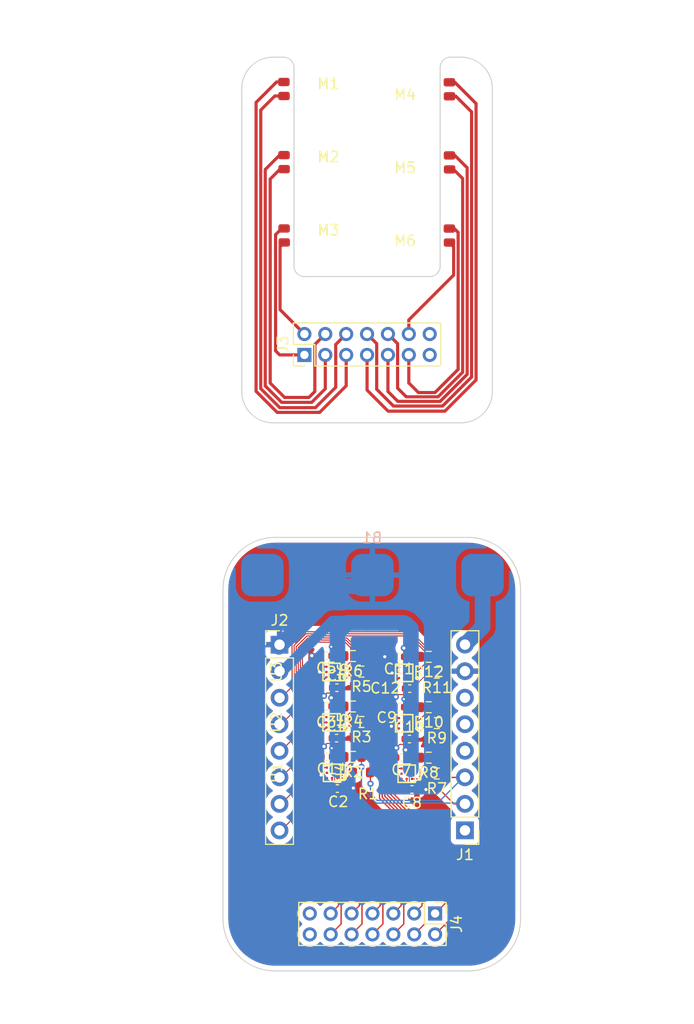
<source format=kicad_pcb>
(kicad_pcb (version 20221018) (generator pcbnew)
  (layers (0 "F.Cu" signal) (31 "B.Cu" signal) (34 "B.Paste" user) (35 "F.Paste" user) (36 "B.SilkS" user "B.Silkscreen") (37 "F.SilkS" user "F.Silkscreen") (38 "B.Mask" user) (39 "F.Mask" user) (44 "Edge.Cuts" user))
  (net 0 "")
  (net 1 "GND")
  (net 2 "BAT")
  (net 3 "Net-(C2-Pad1)")
  (net 4 "Net-(C4-Pad1)")
  (net 5 "Net-(C6-Pad1)")
  (net 7 "SCL")
  (net 8 "SDA")
  (net 12 "EN6")
  (net 13 "EN5")
  (net 14 "EN4")
  (net 15 "EN3")
  (net 16 "EN2")
  (net 17 "EN1")
  (net 18 "IN1")
  (net 19 "IN2")
  (net 20 "IN3")
  (net 21 "IN4")
  (net 22 "IN5")
  (net 23 "IN6")
  (net 24 "IN7")
  (net 25 "IN8")
  (net 26 "IN9")
  (net 27 "IN10")
  (net 28 "IN11")
  (net 29 "IN12")
  (net 32 "OUT1")
  (net 33 "OUT2")
  (net 34 "OUT3")
  (net 35 "OUT4")
  (net 36 "OUT5")
  (net 37 "OUT6")
  (net 38 "OUT7")
  (net 39 "OUT8")
  (net 40 "OUT9")
  (net 41 "OUT10")
  (net 42 "OUT11")
  (net 43 "OUT12")
  (net 46 "Net-(R1-Pad2)")
  (net 47 "Net-(R2-Pad2)")
  (net 48 "Net-(R3-Pad2)")
  (net 49 "Net-(R4-Pad2)")
  (net 50 "Net-(R5-Pad2)")
  (net 51 "Net-(R6-Pad2)")
  (net 52 "Net-(R7-Pad2)")
  (net 53 "Net-(R8-Pad2)")
  (net 54 "Net-(R9-Pad2)")
  (net 55 "Net-(R10-Pad2)")
  (net 56 "Net-(R11-Pad2)")
  (net 57 "Net-(R12-Pad2)")
  (net 64 "Net-(C8-Pad1)")
  (net 65 "Net-(C10-Pad1)")
  (net 66 "Net-(C12-Pad1)")
  (footprint "Capacitor_SMD:C_0402_1005Metric" (layer "F.Cu") (at 25.64744 118.778 180)
    (fp_text reference "C1")
    (fp_text value "1uF")
  )
  (footprint "Vybronics:VG0640001D" (layer "F.Cu") (at 25.790134 54.862)
    (fp_text reference "M1")
    (fp_text value "VG0640001D")
  )
  (footprint "Capacitor_SMD:C_0402_1005Metric" (layer "F.Cu") (at 26.61544 112.174)
    (fp_text reference "C6")
    (fp_text value "1uF")
  )
  (footprint "Connector_PinHeader_2.54mm:PinHeader_1x08_P2.54mm_Vertical" (layer "F.Cu") (at 38.881 125.829 180)
    (fp_text reference "J1")
    (fp_text value "Conn_01x08_MountingPin")
  )
  (footprint "Resistor_SMD:R_0603_1608Metric" (layer "F.Cu") (at 28.96944 110.63 180)
    (fp_text reference "R5")
    (fp_text value "10K")
  )
  (footprint "Capacitor_SMD:C_0402_1005Metric" (layer "F.Cu") (at 25.59944 113.952 180)
    (fp_text reference "C3")
    (fp_text value "1uF")
  )
  (footprint "Resistor_SMD:R_0603_1608Metric" (layer "F.Cu") (at 35.40944 109.217 180)
    (fp_text reference "R12")
    (fp_text value "10K")
  )
  (footprint "Vybronics:VG0640001D" (layer "F.Cu") (at 33.149867 54.892 180)
    (fp_text reference "M4")
    (fp_text value "VG0640001D")
  )
  (footprint "Capacitor_SMD:C_0402_1005Metric" (layer "F.Cu") (at 32.551 109.21083 180)
    (fp_text reference "C11")
    (fp_text value "1uF")
  )
  (footprint "Resistor_SMD:R_0603_1608Metric" (layer "F.Cu") (at 28.96944 115.456 180)
    (fp_text reference "R3")
    (fp_text value "10K")
  )
  (footprint "DRV2605:DRV2605YFZR" (layer "F.Cu") (at 26.10744 115.476 90)
    (fp_text reference "U2")
    (fp_text value "DRV2605LDGS")
  )
  (footprint "Connector_PinHeader_2.00mm:PinHeader_2x07_P2.00mm_Vertical" (layer "F.Cu") (at 36.021 133.786 -90)
    (fp_text reference "J4")
    (fp_text value "Conn_01x14_MountingPin")
  )
  (footprint "Resistor_SMD:R_0603_1608Metric" (layer "F.Cu") (at 35.40944 118.869 180)
    (fp_text reference "R8")
    (fp_text value "10K")
  )
  (footprint "Vybronics:VG0640001D" (layer "F.Cu") (at 33.159867 61.892 180)
    (fp_text reference "M5")
    (fp_text value "VG0640001D")
  )
  (footprint "DRV2605:DRV2605YFZR" (layer "F.Cu") (at 33.301 120.38683 90)
    (fp_text reference "U4")
    (fp_text value "DRV2605LDGS")
  )
  (footprint "Resistor_SMD:R_0603_1608Metric" (layer "F.Cu") (at 28.96944 120.282 180)
    (fp_text reference "R1")
    (fp_text value "10K")
  )
  (footprint "Resistor_SMD:R_0603_1608Metric" (layer "F.Cu") (at 28.14944 118.796 180)
    (fp_text reference "R2")
    (fp_text value "10K")
  )
  (footprint "Vybronics:VG0640001D" (layer "F.Cu") (at 33.149867 68.892 180)
    (fp_text reference "M6")
    (fp_text value "VG0640001D")
  )
  (footprint "Capacitor_SMD:C_0402_1005Metric" (layer "F.Cu") (at 26.58744 117)
    (fp_text reference "C4")
    (fp_text value "1uF")
  )
  (footprint "Capacitor_SMD:C_0402_1005Metric" (layer "F.Cu") (at 32.801 118.86283 180)
    (fp_text reference "C7")
    (fp_text value "1uF")
  )
  (footprint "Capacitor_SMD:C_0402_1005Metric" (layer "F.Cu") (at 32.551 114.03683 180)
    (fp_text reference "C9")
    (fp_text value "1uF")
  )
  (footprint "Resistor_SMD:R_0603_1608Metric" (layer "F.Cu") (at 36.18644 120.388 180)
    (fp_text reference "R7")
    (fp_text value "10K")
  )
  (footprint "Capacitor_SMD:C_0402_1005Metric" (layer "F.Cu") (at 33.567 117.08483)
    (fp_text reference "C10")
    (fp_text value "1uF")
  )
  (footprint "Resistor_SMD:R_0603_1608Metric" (layer "F.Cu") (at 36.18644 115.562 180)
    (fp_text reference "R9")
    (fp_text value "10K")
  )
  (footprint "Capacitor_SMD:C_0402_1005Metric" (layer "F.Cu") (at 33.595 112.25883)
    (fp_text reference "C12")
    (fp_text value "1uF")
  )
  (footprint "Vybronics:VG0640001D" (layer "F.Cu") (at 25.810134 68.882)
    (fp_text reference "M3")
    (fp_text value "VG0640001D")
  )
  (footprint "DRV2605:DRV2605YFZR" (layer "F.Cu") (at 33.059 110.73483 90)
    (fp_text reference "U6")
    (fp_text value "DRV2605LDGS")
  )
  (footprint "DRV2605:DRV2605YFZR" (layer "F.Cu") (at 33.059 115.56083 90)
    (fp_text reference "U5")
    (fp_text value "DRV2605LDGS")
  )
  (footprint "Resistor_SMD:R_0603_1608Metric" (layer "F.Cu") (at 28.14944 113.97 180)
    (fp_text reference "R4")
    (fp_text value "10K")
  )
  (footprint "Resistor_SMD:R_0603_1608Metric" (layer "F.Cu") (at 35.40944 114.043 180)
    (fp_text reference "R10")
    (fp_text value "10K")
  )
  (footprint "Resistor_SMD:R_0603_1608Metric" (layer "F.Cu") (at 36.18644 110.736 180)
    (fp_text reference "R11")
    (fp_text value "10K")
  )
  (footprint "Connector_PinHeader_2.54mm:PinHeader_1x08_P2.54mm_Vertical" (layer "F.Cu") (at 21.121 108.054)
    (fp_text reference "J2")
    (fp_text value "Conn_01x08_MountingPin")
  )
  (footprint "Capacitor_SMD:C_0402_1005Metric" (layer "F.Cu") (at 26.66344 121.826)
    (fp_text reference "C2")
    (fp_text value "1uF")
  )
  (footprint "DRV2605:DRV2605YFZR" (layer "F.Cu") (at 26.15544 120.302 90)
    (fp_text reference "U1")
    (fp_text value "DRV2605LDGS")
  )
  (footprint "DRV2605:DRV2605YFZR" (layer "F.Cu") (at 26.10744 110.65 90)
    (fp_text reference "U3")
    (fp_text value "DRV2605LDGS")
  )
  (footprint "Vybronics:VG0640001D" (layer "F.Cu") (at 25.800134 61.862)
    (fp_text reference "M2")
    (fp_text value "VG0640001D")
  )
  (footprint "Resistor_SMD:R_0603_1608Metric" (layer "F.Cu") (at 28.14944 109.144 180)
    (fp_text reference "R6")
    (fp_text value "10K")
  )
  (footprint "Capacitor_SMD:C_0402_1005Metric" (layer "F.Cu") (at 25.59944 109.126 180)
    (fp_text reference "C5")
    (fp_text value "1uF")
  )
  (footprint "Connector_PinHeader_2.00mm:PinHeader_2x07_P2.00mm_Vertical" (layer "F.Cu") (at 23.505 80.317 90)
    (fp_text reference "J3")
    (fp_text value "Conn_01x14_MountingPin")
  )
  (footprint "Capacitor_SMD:C_0402_1005Metric" (layer "F.Cu") (at 33.801 121.91083)
    (fp_text reference "C8")
    (fp_text value "1uF")
  )
  (footprint "Keystone:BK5009" (layer "B.Cu") (at 30.021 101.391791 180)
    (fp_text reference "B1")
    (fp_text value "SMD_Battery_Clip")
  )
  (gr_line (start 15.706 102.786) (end 15.706 134.286) (stroke (width 0.1)) (layer "Edge.Cuts"))
  (gr_line (start 44.206 134.286) (end 44.206 102.786) (stroke (width 0.1)) (layer "Edge.Cuts"))
  (gr_line (start 20.505 51.817) (end 21.505 51.817) (stroke (width 0.1)) (layer "Edge.Cuts"))
  (gr_arc (start 36.505 71.817) (mid 36.212107 72.524107) (end 35.505 72.817) (stroke (width 0.1)) (layer "Edge.Cuts"))
  (gr_line (start 23.505 72.817) (end 35.505 72.817) (stroke (width 0.1)) (layer "Edge.Cuts"))
  (gr_line (start 39.206 97.786) (end 20.706 97.786) (stroke (width 0.1)) (layer "Edge.Cuts"))
  (gr_arc (start 38.505 51.817) (mid 40.62632 52.69568) (end 41.505 54.817) (stroke (width 0.1)) (layer "Edge.Cuts"))
  (gr_arc (start 36.505001 52.817001) (mid 36.797894 52.109894) (end 37.505001 51.817001) (stroke (width 0.1)) (layer "Edge.Cuts"))
  (gr_arc (start 15.706 102.786) (mid 17.170466 99.250466) (end 20.706 97.786) (stroke (width 0.1)) (layer "Edge.Cuts"))
  (gr_arc (start 44.206 134.286) (mid 42.741534 137.821534) (end 39.206 139.286) (stroke (width 0.1)) (layer "Edge.Cuts"))
  (gr_arc (start 39.206 97.786) (mid 42.741534 99.250466) (end 44.206 102.786) (stroke (width 0.1)) (layer "Edge.Cuts"))
  (gr_line (start 17.505 83.817) (end 17.505 54.817) (stroke (width 0.1)) (layer "Edge.Cuts"))
  (gr_line (start 22.505 52.817) (end 22.505 71.817) (stroke (width 0.1)) (layer "Edge.Cuts"))
  (gr_line (start 39.206 139.286) (end 20.706 139.286) (stroke (width 0.1)) (layer "Edge.Cuts"))
  (gr_arc (start 17.505 54.817) (mid 18.38368 52.69568) (end 20.505 51.817) (stroke (width 0.1)) (layer "Edge.Cuts"))
  (gr_arc (start 23.505 72.817) (mid 22.797893 72.524107) (end 22.505 71.817) (stroke (width 0.1)) (layer "Edge.Cuts"))
  (gr_line (start 36.505 71.817) (end 36.505001 52.817001) (stroke (width 0.1)) (layer "Edge.Cuts"))
  (gr_line (start 37.505001 51.817001) (end 38.505 51.817) (stroke (width 0.1)) (layer "Edge.Cuts"))
  (gr_arc (start 21.505 51.817) (mid 22.212107 52.109893) (end 22.505 52.817) (stroke (width 0.1)) (layer "Edge.Cuts"))
  (gr_line (start 38.505 86.817) (end 20.505 86.817) (stroke (width 0.1)) (layer "Edge.Cuts"))
  (gr_arc (start 41.505 83.817) (mid 40.62632 85.93832) (end 38.505 86.817) (stroke (width 0.1)) (layer "Edge.Cuts"))
  (gr_arc (start 20.505 86.817) (mid 18.38368 85.93832) (end 17.505 83.817) (stroke (width 0.1)) (layer "Edge.Cuts"))
  (gr_line (start 41.505 54.817) (end 41.505 83.817) (stroke (width 0.1)) (layer "Edge.Cuts"))
  (gr_arc (start 20.706 139.286) (mid 17.170466 137.821534) (end 15.706 134.286) (stroke (width 0.1)) (layer "Edge.Cuts"))
  (segment (start 32.255 113.05083) (end 32.475011 112.830819) (width 0.1) (layer "F.Cu") (net 1))
  (segment (start 32.11726 115.57803) (end 32.559 115.57803) (width 0.15) (layer "F.Cu") (net 1))
  (segment (start 25.60744 115.4932) (end 25.21763 115.4932) (width 0.127) (layer "F.Cu") (net 1))
  (segment (start 32.301 117.92783) (end 32.255 117.97383) (width 0.15) (layer "F.Cu") (net 1))
  (segment (start 31.201 109.20883) (end 32.069 109.20883) (width 0.15) (layer "F.Cu") (net 1))
  (segment (start 33.503011 112.830819) (end 34.075 112.25883) (width 0.1) (layer "F.Cu") (net 1))
  (segment (start 24.96044 110.672) (end 25.60264 110.672) (width 0.127) (layer "F.Cu") (net 1))
  (segment (start 32.069 109.20883) (end 32.071 109.21083) (width 0.15) (layer "F.Cu") (net 1))
  (segment (start 35.148 121.91783) (end 34.288 121.91783) (width 0.15) (layer "F.Cu") (net 1))
  (segment (start 25.30963 120.3192) (end 25.101 120.52783) (width 0.127) (layer "F.Cu") (net 1))
  (segment (start 27.09544 112.174) (end 26.58392 112.68552) (width 0.1) (layer "F.Cu") (net 1))
  (segment (start 25.11944 113.211084) (end 25.11944 113.952) (width 0.1) (layer "F.Cu") (net 1))
  (segment (start 32.801 120.40403) (end 32.2072 120.40403) (width 0.127) (layer "F.Cu") (net 1))
  (segment (start 32.2072 120.40403) (end 32.201 120.39783) (width 0.127) (layer "F.Cu") (net 1))
  (segment (start 25.60264 110.672) (end 25.60744 110.6672) (width 0.127) (layer "F.Cu") (net 1))
  (segment (start 32.071 113.23483) (end 32.071 114.03683) (width 0.1) (layer "F.Cu") (net 1))
  (segment (start 31.83746 115.85783) (end 32.11726 115.57803) (width 0.15) (layer "F.Cu") (net 1))
  (segment (start 25.16744 118.00139) (end 25.16744 118.778) (width 0.1) (layer "F.Cu") (net 1))
  (segment (start 27.14344 121.826) (end 28.14183 121.826) (width 0.127) (layer "F.Cu") (net 1))
  (segment (start 32.255 113.05083) (end 32.071 113.23483) (width 0.127) (layer "F.Cu") (net 1))
  (segment (start 33.53548 117.59635) (end 34.047 117.08483) (width 0.1) (layer "F.Cu") (net 1))
  (segment (start 25.21763 115.4932) (end 24.975 115.73583) (width 0.127) (layer "F.Cu") (net 1))
  (segment (start 32.255 117.97383) (end 32.255 118.79683) (width 0.1) (layer "F.Cu") (net 1))
  (segment (start 32.63248 117.59635) (end 33.53548 117.59635) (width 0.1) (layer "F.Cu") (net 1))
  (segment (start 26.58392 112.68552) (end 25.645004 112.68552) (width 0.1) (layer "F.Cu") (net 1))
  (segment (start 25.645004 112.68552) (end 25.372963 112.957561) (width 0.1) (layer "F.Cu") (net 1))
  (segment (start 25.09927 109.10583) (end 25.11944 109.126) (width 0.127) (layer "F.Cu") (net 1))
  (segment (start 25.65731 117.51152) (end 26.55592 117.51152) (width 0.1) (layer "F.Cu") (net 1))
  (segment (start 24.213 109.10583) (end 25.09927 109.10583) (width 0.127) (layer "F.Cu") (net 1))
  (segment (start 25.374 117.79483) (end 25.16744 118.00139) (width 0.1) (layer "F.Cu") (net 1))
  (segment (start 32.5462 110.76483) (end 32.559 110.75203) (width 0.15) (layer "F.Cu") (net 1))
  (segment (start 25.372963 112.957561) (end 25.11944 113.211084) (width 0.1) (layer "F.Cu") (net 1))
  (segment (start 26.55592 117.51152) (end 27.06744 117) (width 0.1) (layer "F.Cu") (net 1))
  (segment (start 32.475011 112.830819) (end 33.503011 112.830819) (width 0.1) (layer "F.Cu") (net 1))
  (segment (start 25.65544 120.3192) (end 25.30963 120.3192) (width 0.127) (layer "F.Cu") (net 1))
  (segment (start 32.301 117.92783) (end 32.63248 117.59635) (width 0.1) (layer "F.Cu") (net 1))
  (segment (start 34.288 121.91783) (end 34.281 121.91083) (width 0.15) (layer "F.Cu") (net 1))
  (segment (start 31.91 110.76483) (end 32.5462 110.76483) (width 0.15) (layer "F.Cu") (net 1))
  (segment (start 25.374 117.79483) (end 25.65731 117.51152) (width 0.1) (layer "F.Cu") (net 1))
  (segment (start 28.14183 121.826) (end 28.189 121.77883) (width 0.127) (layer "F.Cu") (net 1))
  (via (at 25.101 120.52783) (size 0.6) (drill 0.3) (layers "F.Cu" "B.Cu") (net 1))
  (via (at 24.213 109.10583) (size 0.6) (drill 0.3) (layers "F.Cu" "B.Cu") (net 1))
  (via (at 32.255 113.05083) (size 0.6) (drill 0.3) (layers "F.Cu" "B.Cu") (net 1))
  (via (at 24.96044 110.672) (size 0.6) (drill 0.3) (layers "F.Cu" "B.Cu") (net 1))
  (via (at 31.201 109.20883) (size 0.6) (drill 0.3) (layers "F.Cu" "B.Cu") (net 1))
  (via (at 32.301 117.92783) (size 0.6) (drill 0.3) (layers "F.Cu" "B.Cu") (net 1))
  (via (at 35.148 121.91783) (size 0.6) (drill 0.3) (layers "F.Cu" "B.Cu") (net 1))
  (via (at 31.83746 115.85783) (size 0.6) (drill 0.3) (layers "F.Cu" "B.Cu") (net 1))
  (via (at 25.372963 112.957561) (size 0.6) (drill 0.3) (layers "F.Cu" "B.Cu") (net 1))
  (via (at 25.374 117.79483) (size 0.6) (drill 0.3) (layers "F.Cu" "B.Cu") (net 1))
  (via (at 31.91 110.76483) (size 0.6) (drill 0.3) (layers "F.Cu" "B.Cu") (net 1))
  (via (at 32.201 120.39783) (size 0.5) (drill 0.2) (layers "F.Cu" "B.Cu") (net 1))
  (via (at 24.975 115.73583) (size 0.6) (drill 0.3) (layers "F.Cu" "B.Cu") (net 1))
  (via (at 28.189 121.77883) (size 0.6) (drill 0.3) (layers "F.Cu" "B.Cu") (net 1))
  (segment (start 30.021 102.469) (end 26.853694 102.469) (width 1.5) (layer "B.Cu") (net 1))
  (segment (start 25.441 117.901) (end 25.587 117.901) (width 0.127) (layer "B.Cu") (net 1))
  (segment (start 26.853694 102.469) (end 21.059524 108.26317) (width 1.5) (layer "B.Cu") (net 1))
  (segment (start 26.10744 113.98) (end 26.07944 113.952) (width 0.127) (layer "F.Cu") (net 2))
  (segment (start 33.301 119.90403) (end 33.301 118.88283) (width 0.127) (layer "F.Cu") (net 2))
  (segment (start 33.031 115.05003) (end 33.059 115.07803) (width 0.127) (layer "F.Cu") (net 2))
  (segment (start 26.10744 114.9932) (end 26.10744 113.98) (width 0.127) (layer "F.Cu") (net 2))
  (segment (start 33.281 118.20783) (end 33.281 118.86283) (width 0.127) (layer "F.Cu") (net 2))
  (segment (start 33.059 110.25203) (end 33.059 109.23883) (width 0.127) (layer "F.Cu") (net 2))
  (segment (start 26.07944 113.13927) (end 26.077 113.13683) (width 0.127) (layer "F.Cu") (net 2))
  (segment (start 26.07944 109.126) (end 26.07944 108.25227) (width 0.127) (layer "F.Cu") (net 2))
  (segment (start 33.031 114.03683) (end 33.031 113.27183) (width 0.127) (layer "F.Cu") (net 2))
  (segment (start 26.07944 110.1392) (end 26.10744 110.1672) (width 0.127) (layer "F.Cu") (net 2))
  (segment (start 33.059 115.07803) (end 33.059 114.06483) (width 0.127) (layer "F.Cu") (net 2))
  (segment (start 33.281 119.88403) (end 33.301 119.90403) (width 0.127) (layer "F.Cu") (net 2))
  (segment (start 33.201 118.12783) (end 33.281 118.20783) (width 0.127) (layer "F.Cu") (net 2))
  (segment (start 26.07944 108.25227) (end 26.079 108.25183) (width 0.127) (layer "F.Cu") (net 2))
  (segment (start 33.031 109.21083) (end 33.031 108.37883) (width 0.127) (layer "F.Cu") (net 2))
  (segment (start 26.15544 118.806) (end 26.12744 118.778) (width 0.127) (layer "F.Cu") (net 2))
  (segment (start 26.07944 113.952) (end 26.07944 113.13927) (width 0.127) (layer "F.Cu") (net 2))
  (segment (start 26.10744 110.1672) (end 26.10744 109.154) (width 0.127) (layer "F.Cu") (net 2))
  (segment (start 33.059 114.06483) (end 33.031 114.03683) (width 0.127) (layer "F.Cu") (net 2))
  (segment (start 33.031 113.27183) (end 33.033 113.26983) (width 0.127) (layer "F.Cu") (net 2))
  (segment (start 26.07944 114.9652) (end 26.10744 114.9932) (width 0.127) (layer "F.Cu") (net 2))
  (segment (start 26.15544 119.8192) (end 26.15544 118.806) (width 0.127) (layer "F.Cu") (net 2))
  (segment (start 26.12744 119.7912) (end 26.15544 119.8192) (width 0.127) (layer "F.Cu") (net 2))
  (segment (start 33.031 108.37883) (end 33.03 108.37783) (width 0.127) (layer "F.Cu") (net 2))
  (segment (start 26.12744 118.778) (end 26.12744 117.96627) (width 0.127) (layer "F.Cu") (net 2))
  (segment (start 33.301 118.88283) (end 33.281 118.86283) (width 0.127) (layer "F.Cu") (net 2))
  (segment (start 26.10744 109.154) (end 26.07944 109.126) (width 0.127) (layer "F.Cu") (net 2))
  (segment (start 33.059 109.23883) (end 33.031 109.21083) (width 0.127) (layer "F.Cu") (net 2))
  (segment (start 26.12744 117.96627) (end 26.121 117.95983) (width 0.127) (layer "F.Cu") (net 2))
  (segment (start 33.031 110.22403) (end 33.059 110.25203) (width 0.127) (layer "F.Cu") (net 2))
  (via (at 26.077 113.13683) (size 0.6) (drill 0.3) (layers "F.Cu" "B.Cu") (net 2))
  (via (at 26.079 108.25183) (size 0.5) (drill 0.2) (layers "F.Cu" "B.Cu") (net 2))
  (via (at 33.033 113.26983) (size 0.5) (drill 0.2) (layers "F.Cu" "B.Cu") (net 2))
  (via (at 33.03 108.37783) (size 0.6) (drill 0.3) (layers "F.Cu" "B.Cu") (net 2))
  (via (at 26.121 117.95983) (size 0.5) (drill 0.2) (layers "F.Cu" "B.Cu") (net 2))
  (via (at 33.201 118.12783) (size 0.6) (drill 0.3) (layers "F.Cu" "B.Cu") (net 2))
  (segment (start 40.566 106.364) (end 38.881 108.049) (width 1.5) (layer "B.Cu") (net 2))
  (segment (start 26.206 105.786) (end 27.706 105.786) (width 1) (layer "B.Cu") (net 2))
  (segment (start 26.671 106.926) (end 26.671 120.039) (width 1.5) (layer "B.Cu") (net 2))
  (segment (start 29.521 105.971) (end 27.626 105.971) (width 1.5) (layer "B.Cu") (net 2))
  (segment (start 33 105.971) (end 32.89 106.081) (width 1.5) (layer "B.Cu") (net 2))
  (segment (start 33.257 106.081) (end 33.701 106.525) (width 1.5) (layer "B.Cu") (net 2))
  (segment (start 33.701 106.525) (end 33.701 119.976) (width 1.5) (layer "B.Cu") (net 2))
  (segment (start 21.398 110.594) (end 26.206 105.786) (width 1) (layer "B.Cu") (net 2))
  (segment (start 40.566 101.391791) (end 40.566 106.364) (width 1.5) (layer "B.Cu") (net 2))
  (segment (start 21.121 110.594) (end 21.398 110.594) (width 1) (layer "B.Cu") (net 2))
  (segment (start 27.706 105.786) (end 27.891 105.971) (width 1) (layer "B.Cu") (net 2))
  (segment (start 27.626 105.971) (end 26.671 106.926) (width 1.5) (layer "B.Cu") (net 2))
  (segment (start 33 105.971) (end 29.521 105.971) (width 1.5) (layer "B.Cu") (net 2))
  (segment (start 27.891 105.971) (end 29.521 105.971) (width 1) (layer "B.Cu") (net 2))
  (segment (start 26.18344 120.8472) (end 26.15544 120.8192) (width 0.127) (layer "F.Cu") (net 3))
  (segment (start 26.15544 121.798) (end 26.18344 121.826) (width 0.127) (layer "F.Cu") (net 3))
  (segment (start 26.15544 120.8192) (end 26.15544 121.798) (width 0.127) (layer "F.Cu") (net 3))
  (segment (start 26.10744 115.9932) (end 26.10744 117) (width 0.1) (layer "F.Cu") (net 4))
  (segment (start 26.10744 112.146) (end 26.13544 112.174) (width 0.127) (layer "F.Cu") (net 5))
  (segment (start 26.10744 111.1672) (end 26.10744 112.146) (width 0.127) (layer "F.Cu") (net 5))
  (segment (start 26.13544 111.1952) (end 26.10744 111.1672) (width 0.127) (layer "F.Cu") (net 5))
  (segment (start 37.835883 123.30017) (end 39.037964 123.30017) (width 0.127) (layer "F.Cu") (net 7))
  (segment (start 28.97444 118.796) (end 29.19144 118.579) (width 0.127) (layer "F.Cu") (net 7))
  (segment (start 29.20444 109.374) (end 28.97444 109.144) (width 0.127) (layer "F.Cu") (net 7))
  (segment (start 36.23444 121.698727) (end 37.835883 123.30017) (width 0.127) (layer "F.Cu") (net 7))
  (segment (start 36.23444 118.869) (end 36.44842 118.65502) (width 0.127) (layer "F.Cu") (net 7))
  (segment (start 36.431 113.82902) (end 36.431 109.43098) (width 0.127) (layer "F.Cu") (net 7))
  (segment (start 36.23444 118.869) (end 36.23444 121.698727) (width 0.127) (layer "F.Cu") (net 7))
  (segment (start 28.971 118.79944) (end 28.97444 118.796) (width 0.1) (layer "F.Cu") (net 7))
  (segment (start 36.42142 119.05598) (end 36.23444 118.869) (width 0.127) (layer "F.Cu") (net 7))
  (segment (start 29.19144 118.579) (end 29.19144 114.187) (width 0.127) (layer "F.Cu") (net 7))
  (segment (start 36.44842 114.25698) (end 36.23444 114.043) (width 0.127) (layer "F.Cu") (net 7))
  (segment (start 28.97444 113.97) (end 29.20444 113.74) (width 0.127) (layer "F.Cu") (net 7))
  (segment (start 36.44842 109.43098) (end 36.23444 109.217) (width 0.127) (layer "F.Cu") (net 7))
  (segment (start 36.23444 114.043) (end 36.44842 113.82902) (width 0.127) (layer "F.Cu") (net 7))
  (segment (start 28.971 119.74783) (end 28.971 118.79944) (width 0.1) (layer "F.Cu") (net 7))
  (segment (start 29.191 113.74) (end 29.191 109.374) (width 0.1) (layer "F.Cu") (net 7))
  (segment (start 36.44842 118.65502) (end 36.44842 114.25698) (width 0.127) (layer "F.Cu") (net 7))
  (segment (start 29.19144 114.187) (end 28.97444 113.97) (width 0.127) (layer "F.Cu") (net 7))
  (via (at 28.971 119.74783) (size 0.6) (drill 0.3) (layers "F.Cu" "B.Cu") (net 7))
  (segment (start 28.971 121.811981) (end 28.971 119.74783) (width 0.127) (layer "B.Cu") (net 7))
  (segment (start 30.376189 123.21717) (end 28.971 121.811981) (width 0.127) (layer "B.Cu") (net 7))
  (segment (start 30.376189 123.21717) (end 38.79944 123.21717) (width 0.127) (layer "B.Cu") (net 7))
  (segment (start 37.06717 120.736) (end 36.698 120.36683) (width 0.127) (layer "F.Cu") (net 8))
  (segment (start 29.831 120.31856) (end 29.79444 120.282) (width 0.127) (layer "F.Cu") (net 8))
  (segment (start 29.79444 115.456) (end 29.79444 110.63) (width 0.127) (layer "F.Cu") (net 8))
  (segment (start 29.73144 120.4292) (end 29.66344 120.3612) (width 0.25) (layer "F.Cu") (net 8))
  (segment (start 29.831 121.35783) (end 29.831 120.31856) (width 0.127) (layer "F.Cu") (net 8))
  (segment (start 37.01144 120.388) (end 37.38361 120.76017) (width 0.127) (layer "F.Cu") (net 8))
  (segment (start 37.38361 120.76017) (end 39.037964 120.76017) (width 0.127) (layer "F.Cu") (net 8))
  (segment (start 37.01144 120.388) (end 37.01144 110.736) (width 0.127) (layer "F.Cu") (net 8))
  (segment (start 29.79444 120.282) (end 29.79444 115.456) (width 0.127) (layer "F.Cu") (net 8))
  (via (at 29.831 121.35783) (size 0.6) (drill 0.3) (layers "F.Cu" "B.Cu") (net 8))
  (segment (start 29.831 122.313449) (end 29.831 121.35783) (width 0.127) (layer "B.Cu") (net 8))
  (segment (start 36.51296 122.96365) (end 38.79944 120.67717) (width 0.127) (layer "B.Cu") (net 8))
  (segment (start 30.481201 122.96365) (end 36.51296 122.96365) (width 0.127) (layer "B.Cu") (net 8))
  (segment (start 30.481201 122.96365) (end 29.831 122.313449) (width 0.127) (layer "B.Cu") (net 8))
  (segment (start 35.191 108.854265) (end 33.55089 107.214155) (width 0.1) (layer "F.Cu") (net 12))
  (segment (start 34.361 110.569) (end 35.191 109.739) (width 0.1) (layer "F.Cu") (net 12))
  (segment (start 22.72004 116.762654) (end 21.059524 118.42317) (width 0.1) (layer "F.Cu") (net 12))
  (segment (start 22.72004 108.243335) (end 22.72004 116.762654) (width 0.1) (layer "F.Cu") (net 12))
  (segment (start 34.361 110.929) (end 34.361 110.569) (width 0.1) (layer "F.Cu") (net 12))
  (segment (start 34.03797 111.25203) (end 34.361 110.929) (width 0.1) (layer "F.Cu") (net 12))
  (segment (start 33.559 111.25203) (end 34.03797 111.25203) (width 0.1) (layer "F.Cu") (net 12))
  (segment (start 23.74922 107.214155) (end 22.72004 108.243335) (width 0.1) (layer "F.Cu") (net 12))
  (segment (start 33.55089 107.214155) (end 23.74922 107.214155) (width 0.1) (layer "F.Cu") (net 12))
  (segment (start 35.191 109.739) (end 35.191 108.854265) (width 0.1) (layer "F.Cu") (net 12))
  (segment (start 22.52052 114.422174) (end 21.059524 115.88317) (width 0.1) (layer "F.Cu") (net 13))
  (segment (start 22.52052 108.117515) (end 22.52052 114.422174) (width 0.1) (layer "F.Cu") (net 13))
  (segment (start 35.272 114.508) (end 35.272 112.832263) (width 0.1) (layer "F.Cu") (net 13))
  (segment (start 34.04197 116.07803) (end 34.351 115.769) (width 0.1) (layer "F.Cu") (net 13))
  (segment (start 34.351 115.569) (end 34.351 115.429) (width 0.1) (layer "F.Cu") (net 13))
  (segment (start 35.961 110.269993) (end 35.401 109.709993) (width 0.1) (layer "F.Cu") (net 13))
  (segment (start 34.351 115.429) (end 35.272 114.508) (width 0.1) (layer "F.Cu") (net 13))
  (segment (start 33.633533 107.014635) (end 23.6234 107.014635) (width 0.1) (layer "F.Cu") (net 13))
  (segment (start 35.401 109.709993) (end 35.401 108.782102) (width 0.1) (layer "F.Cu") (net 13))
  (segment (start 23.6234 107.014635) (end 22.52052 108.117515) (width 0.1) (layer "F.Cu") (net 13))
  (segment (start 35.961 112.143263) (end 35.961 110.269993) (width 0.1) (layer "F.Cu") (net 13))
  (segment (start 33.559 116.07803) (end 34.04197 116.07803) (width 0.1) (layer "F.Cu") (net 13))
  (segment (start 34.351 115.769) (end 34.351 115.569) (width 0.1) (layer "F.Cu") (net 13))
  (segment (start 35.272 112.832263) (end 35.961 112.143263) (width 0.1) (layer "F.Cu") (net 13))
  (segment (start 35.401 108.782102) (end 33.633533 107.014635) (width 0.1) (layer "F.Cu") (net 13))
  (segment (start 35.506 112.880426) (end 35.506 114.51283) (width 0.1) (layer "F.Cu") (net 14))
  (segment (start 21.059524 113.34317) (end 22.321 112.081694) (width 0.1) (layer "F.Cu") (net 14))
  (segment (start 34.601 119.969) (end 35.391 119.179) (width 0.1) (layer "F.Cu") (net 14))
  (segment (start 22.321 108.034872) (end 23.540756 106.815116) (width 0.1) (layer "F.Cu") (net 14))
  (segment (start 33.716177 106.815116) (end 35.621 108.719939) (width 0.1) (layer "F.Cu") (net 14))
  (segment (start 34.601 120.629) (end 34.601 119.969) (width 0.1) (layer "F.Cu") (net 14))
  (segment (start 36.113 115.11983) (end 36.113 117.76183) (width 0.1) (layer "F.Cu") (net 14))
  (segment (start 36.113 117.76183) (end 35.391 118.48383) (width 0.1) (layer "F.Cu") (net 14))
  (segment (start 35.391 118.48383) (end 35.391 119.059) (width 0.1) (layer "F.Cu") (net 14))
  (segment (start 35.391 119.179) (end 35.391 119.059) (width 0.1) (layer "F.Cu") (net 14))
  (segment (start 35.506 114.51283) (end 36.113 115.11983) (width 0.1) (layer "F.Cu") (net 14))
  (segment (start 22.321 112.081694) (end 22.321 108.034872) (width 0.1) (layer "F.Cu") (net 14))
  (segment (start 34.32597 120.90403) (end 34.601 120.629) (width 0.1) (layer "F.Cu") (net 14))
  (segment (start 23.540756 106.815116) (end 33.716177 106.815116) (width 0.1) (layer "F.Cu") (net 14))
  (segment (start 35.621 109.64783) (end 36.191 110.21783) (width 0.1) (layer "F.Cu") (net 14))
  (segment (start 35.621 108.719939) (end 35.621 109.64783) (width 0.1) (layer "F.Cu") (net 14))
  (segment (start 33.801 120.79783) (end 33.801 120.90403) (width 0.08) (layer "F.Cu") (net 14))
  (segment (start 36.191 112.195426) (end 35.506 112.880426) (width 0.1) (layer "F.Cu") (net 14))
  (segment (start 36.191 110.21783) (end 36.191 112.195426) (width 0.1) (layer "F.Cu") (net 14))
  (segment (start 33.801 120.90403) (end 34.32597 120.90403) (width 0.1) (layer "F.Cu") (net 14))
  (segment (start 27.341 110.969) (end 27.341 110.279) (width 0.1) (layer "F.Cu") (net 15))
  (segment (start 27.341 110.279) (end 27.931 109.689) (width 0.1) (layer "F.Cu") (net 15))
  (segment (start 21.059524 126.04317) (end 23.3186 123.784094) (width 0.1) (layer "F.Cu") (net 15))
  (segment (start 26.60744 111.1672) (end 27.1428 111.1672) (width 0.1) (layer "F.Cu") (net 15))
  (segment (start 27.1428 111.1672) (end 27.341 110.969) (width 0.1) (layer "F.Cu") (net 15))
  (segment (start 23.3186 108.491266) (end 23.997153 107.812713) (width 0.1) (layer "F.Cu") (net 15))
  (segment (start 23.997153 107.812713) (end 27.395017 107.812713) (width 0.1) (layer "F.Cu") (net 15))
  (segment (start 27.395017 107.812713) (end 27.931 108.348696) (width 0.1) (layer "F.Cu") (net 15))
  (segment (start 27.931 108.348696) (end 27.931 109.679) (width 0.1) (layer "F.Cu") (net 15))
  (segment (start 27.931 109.689) (end 27.931 109.679) (width 0.1) (layer "F.Cu") (net 15))
  (segment (start 23.3186 123.784094) (end 23.3186 108.491266) (width 0.1) (layer "F.Cu") (net 15))
  (segment (start 26.60744 115.9932) (end 27.0168 115.9932) (width 0.1) (layer "F.Cu") (net 16))
  (segment (start 28.131 112.976836) (end 28.131 114.309) (width 0.1) (layer "F.Cu") (net 16))
  (segment (start 21.059524 123.50317) (end 23.11908 121.443614) (width 0.1) (layer "F.Cu") (net 16))
  (segment (start 27.477661 107.613194) (end 28.141 108.276533) (width 0.1) (layer "F.Cu") (net 16))
  (segment (start 28.141 109.617196) (end 28.751 110.227196) (width 0.1) (layer "F.Cu") (net 16))
  (segment (start 27.271 115.169) (end 27.271 115.279) (width 0.1) (layer "F.Cu") (net 16))
  (segment (start 28.751 112.356836) (end 28.131 112.976836) (width 0.1) (layer "F.Cu") (net 16))
  (segment (start 27.271 115.739) (end 27.271 115.279) (width 0.1) (layer "F.Cu") (net 16))
  (segment (start 27.0168 115.9932) (end 27.271 115.739) (width 0.1) (layer "F.Cu") (net 16))
  (segment (start 28.751 110.227196) (end 28.751 112.356836) (width 0.1) (layer "F.Cu") (net 16))
  (segment (start 23.11908 121.443614) (end 23.11908 108.408622) (width 0.1) (layer "F.Cu") (net 16))
  (segment (start 28.131 114.309) (end 27.271 115.169) (width 0.1) (layer "F.Cu") (net 16))
  (segment (start 28.141 108.276533) (end 28.141 109.617196) (width 0.1) (layer "F.Cu") (net 16))
  (segment (start 23.11908 108.408622) (end 23.914508 107.613194) (width 0.1) (layer "F.Cu") (net 16))
  (segment (start 23.914508 107.613194) (end 27.477661 107.613194) (width 0.1) (layer "F.Cu") (net 16))
  (segment (start 28.96142 115.15942) (end 28.341 114.539) (width 0.1) (layer "F.Cu") (net 17))
  (segment (start 27.17224 120.8192) (end 27.462476 120.528964) (width 0.1) (layer "F.Cu") (net 17))
  (segment (start 28.341 114.539) (end 28.341 113.049) (width 0.1) (layer "F.Cu") (net 17))
  (segment (start 23.831863 107.413675) (end 22.91956 108.325978) (width 0.1) (layer "F.Cu") (net 17))
  (segment (start 26.65544 120.8192) (end 27.17224 120.8192) (width 0.1) (layer "F.Cu") (net 17))
  (segment (start 22.91956 108.325978) (end 22.91956 119.103134) (width 0.1) (layer "F.Cu") (net 17))
  (segment (start 28.162476 119.14483) (end 28.162476 118.084924) (width 0.1) (layer "F.Cu") (net 17))
  (segment (start 28.96142 117.28598) (end 28.96142 115.15942) (width 0.1) (layer "F.Cu") (net 17))
  (segment (start 28.341 113.049) (end 28.971 112.419) (width 0.1) (layer "F.Cu") (net 17))
  (segment (start 27.462476 120.528964) (end 27.462476 119.84483) (width 0.1) (layer "F.Cu") (net 17))
  (segment (start 28.162476 118.084924) (end 28.96142 117.28598) (width 0.1) (layer "F.Cu") (net 17))
  (segment (start 28.340519 108.193888) (end 27.560306 107.413675) (width 0.1) (layer "F.Cu") (net 17))
  (segment (start 28.34052 109.534552) (end 28.340519 108.193888) (width 0.1) (layer "F.Cu") (net 17))
  (segment (start 22.91956 119.103134) (end 21.059524 120.96317) (width 0.1) (layer "F.Cu") (net 17))
  (segment (start 27.462476 119.84483) (end 28.162476 119.14483) (width 0.1) (layer "F.Cu") (net 17))
  (segment (start 28.971 112.419) (end 28.971 110.165032) (width 0.1) (layer "F.Cu") (net 17))
  (segment (start 27.560306 107.413675) (end 23.831863 107.413675) (width 0.1) (layer "F.Cu") (net 17))
  (segment (start 28.971 110.165032) (end 28.34052 109.534552) (width 0.1) (layer "F.Cu") (net 17))
  (segment (start 24.965 85.817) (end 24.985 85.797) (width 0.3) (layer "F.Cu") (net 18))
  (segment (start 18.875 56.152067) (end 18.875 83.79748) (width 0.3) (layer "F.Cu") (net 18))
  (segment (start 20.835067 54.192) (end 18.875 56.152067) (width 0.3) (layer "F.Cu") (net 18))
  (segment (start 27.505 83.277) (end 27.505 80.317) (width 0.3) (layer "F.Cu") (net 18))
  (segment (start 21.540134 54.192) (end 20.835067 54.192) (width 0.3) (layer "F.Cu") (net 18))
  (segment (start 24.985 85.797) (end 27.505 83.277) (width 0.3) (layer "F.Cu") (net 18))
  (segment (start 20.89452 85.817) (end 24.965 85.817) (width 0.3) (layer "F.Cu") (net 18))
  (segment (start 24.985 85.797) (end 24.995 85.797) (width 0.3) (layer "F.Cu") (net 18))
  (segment (start 18.875 83.79748) (end 20.89452 85.817) (width 0.3) (layer "F.Cu") (net 18))
  (segment (start 26.505 83.417) (end 26.505 79.317) (width 0.3) (layer "F.Cu") (net 19))
  (segment (start 24.55548 85.36652) (end 26.505 83.417) (width 0.3) (layer "F.Cu") (net 19))
  (segment (start 20.670067 55.532) (end 19.325 56.877067) (width 0.3) (layer "F.Cu") (net 19))
  (segment (start 21.14452 85.36652) (end 24.55548 85.36652) (width 0.3) (layer "F.Cu") (net 19))
  (segment (start 21.550134 55.532) (end 20.670067 55.532) (width 0.3) (layer "F.Cu") (net 19))
  (segment (start 26.505 79.317) (end 27.505 78.317) (width 0.3) (layer "F.Cu") (net 19))
  (segment (start 19.325 56.877067) (end 19.325 83.547) (width 0.3) (layer "F.Cu") (net 19))
  (segment (start 19.325 83.547) (end 21.14452 85.36652) (width 0.3) (layer "F.Cu") (net 19))
  (segment (start 21.13 61.192) (end 21.550134 61.192) (width 0.3) (layer "F.Cu") (net 20))
  (segment (start 25.505 80.317) (end 25.505 83.557) (width 0.3) (layer "F.Cu") (net 20))
  (segment (start 19.75152 62.57048) (end 21.13 61.192) (width 0.3) (layer "F.Cu") (net 20))
  (segment (start 25.505 83.557) (end 24.205 84.857) (width 0.3) (layer "F.Cu") (net 20))
  (segment (start 21.325 84.857) (end 19.75152 83.28352) (width 0.3) (layer "F.Cu") (net 20))
  (segment (start 19.75152 83.28352) (end 19.75152 62.57048) (width 0.3) (layer "F.Cu") (net 20))
  (segment (start 24.205 84.857) (end 21.325 84.857) (width 0.3) (layer "F.Cu") (net 20))
  (segment (start 20.225 83.007) (end 21.605 84.387) (width 0.3) (layer "F.Cu") (net 21))
  (segment (start 24.505 79.317) (end 25.505 78.317) (width 0.3) (layer "F.Cu") (net 21))
  (segment (start 23.935 84.387) (end 24.505 83.817) (width 0.3) (layer "F.Cu") (net 21))
  (segment (start 21.175067 62.532) (end 20.225 63.482067) (width 0.3) (layer "F.Cu") (net 21))
  (segment (start 21.605 84.387) (end 23.935 84.387) (width 0.3) (layer "F.Cu") (net 21))
  (segment (start 20.225 63.482067) (end 20.225 83.007) (width 0.3) (layer "F.Cu") (net 21))
  (segment (start 21.560134 62.532) (end 21.175067 62.532) (width 0.3) (layer "F.Cu") (net 21))
  (segment (start 24.505 83.817) (end 24.505 79.317) (width 0.3) (layer "F.Cu") (net 21))
  (segment (start 21.335067 68.212) (end 20.743614 68.803453) (width 0.3) (layer "F.Cu") (net 22))
  (segment (start 20.743614 79.925614) (end 21.135 80.317) (width 0.3) (layer "F.Cu") (net 22))
  (segment (start 21.135 80.317) (end 23.505 80.317) (width 0.3) (layer "F.Cu") (net 22))
  (segment (start 20.743614 68.803453) (end 20.743614 79.925614) (width 0.3) (layer "F.Cu") (net 22))
  (segment (start 21.560134 68.212) (end 21.335067 68.212) (width 0.3) (layer "F.Cu") (net 22))
  (segment (start 21.170134 69.952) (end 21.170134 75.982134) (width 0.3) (layer "F.Cu") (net 23))
  (segment (start 21.570134 69.552) (end 21.170134 69.952) (width 0.3) (layer "F.Cu") (net 23))
  (segment (start 21.170134 75.982134) (end 23.505 78.317) (width 0.3) (layer "F.Cu") (net 23))
  (segment (start 36.74 85.21) (end 39.51804 82.43196) (width 0.3) (layer "F.Cu") (net 24))
  (segment (start 38.02 55.562) (end 37.399867 55.562) (width 0.3) (layer "F.Cu") (net 24))
  (segment (start 39.51804 82.43196) (end 39.51804 57.06004) (width 0.3) (layer "F.Cu") (net 24))
  (segment (start 30.429511 79.241511) (end 30.429511 83.608321) (width 0.3) (layer "F.Cu") (net 24))
  (segment (start 39.51804 57.06004) (end 38.02 55.562) (width 0.3) (layer "F.Cu") (net 24))
  (segment (start 29.505 78.317) (end 30.429511 79.241511) (width 0.3) (layer "F.Cu") (net 24))
  (segment (start 30.429511 83.608321) (end 32.03119 85.21) (width 0.3) (layer "F.Cu") (net 24))
  (segment (start 32.03119 85.21) (end 36.74 85.21) (width 0.3) (layer "F.Cu") (net 24))
  (segment (start 36.96 85.7) (end 31.52 85.7) (width 0.3) (layer "F.Cu") (net 25))
  (segment (start 39.94456 82.71544) (end 36.96 85.7) (width 0.3) (layer "F.Cu") (net 25))
  (segment (start 39.94456 56.25656) (end 39.94456 82.71544) (width 0.3) (layer "F.Cu") (net 25))
  (segment (start 37.389867 54.222) (end 37.91 54.222) (width 0.3) (layer "F.Cu") (net 25))
  (segment (start 37.91 54.222) (end 39.94456 56.25656) (width 0.3) (layer "F.Cu") (net 25))
  (segment (start 31.52 85.7) (end 29.505 83.685) (width 0.3) (layer "F.Cu") (net 25))
  (segment (start 29.505 83.685) (end 29.505 80.317) (width 0.3) (layer "F.Cu") (net 25))
  (segment (start 33.26304 84.33) (end 36.304994 84.33) (width 0.3) (layer "F.Cu") (net 26))
  (segment (start 32.429511 83.496471) (end 33.26304 84.33) (width 0.3) (layer "F.Cu") (net 26))
  (segment (start 37.79 62.562) (end 37.409867 62.562) (width 0.3) (layer "F.Cu") (net 26))
  (segment (start 36.304994 84.33) (end 38.665 81.969994) (width 0.3) (layer "F.Cu") (net 26))
  (segment (start 38.665 81.969994) (end 38.665 63.437) (width 0.3) (layer "F.Cu") (net 26))
  (segment (start 38.665 63.437) (end 37.79 62.562) (width 0.3) (layer "F.Cu") (net 26))
  (segment (start 31.505 78.317) (end 32.429511 79.241511) (width 0.3) (layer "F.Cu") (net 26))
  (segment (start 32.429511 79.241511) (end 32.429511 83.496471) (width 0.3) (layer "F.Cu") (net 26))
  (segment (start 39.09152 62.40352) (end 37.91 61.222) (width 0.3) (layer "F.Cu") (net 27))
  (segment (start 31.505 83.817) (end 32.448 84.76) (width 0.3) (layer "F.Cu") (net 27))
  (segment (start 36.51 84.76) (end 39.09152 82.17848) (width 0.3) (layer "F.Cu") (net 27))
  (segment (start 39.09152 82.17848) (end 39.09152 62.40352) (width 0.3) (layer "F.Cu") (net 27))
  (segment (start 31.505 80.317) (end 31.505 83.817) (width 0.3) (layer "F.Cu") (net 27))
  (segment (start 32.448 84.76) (end 36.51 84.76) (width 0.3) (layer "F.Cu") (net 27))
  (segment (start 37.91 61.222) (end 37.399867 61.222) (width 0.3) (layer "F.Cu") (net 27))
  (segment (start 37.399867 69.562) (end 37.799867 69.962) (width 0.3) (layer "F.Cu") (net 28))
  (segment (start 37.799867 69.962) (end 37.799867 72.672133) (width 0.3) (layer "F.Cu") (net 28))
  (segment (start 37.799867 72.672133) (end 33.505 76.967) (width 0.3) (layer "F.Cu") (net 28))
  (segment (start 33.505 76.967) (end 33.505 78.317) (width 0.3) (layer "F.Cu") (net 28))
  (segment (start 37.389867 68.222) (end 37.86 68.222) (width 0.3) (layer "F.Cu") (net 29))
  (segment (start 38.226387 68.588387) (end 38.226387 81.705613) (width 0.3) (layer "F.Cu") (net 29))
  (segment (start 36.012 83.92) (end 34.425 83.92) (width 0.3) (layer "F.Cu") (net 29))
  (segment (start 33.505 83) (end 33.505 80.317) (width 0.3) (layer "F.Cu") (net 29))
  (segment (start 37.86 68.222) (end 38.226387 68.588387) (width 0.3) (layer "F.Cu") (net 29))
  (segment (start 34.425 83.92) (end 33.505 83) (width 0.3) (layer "F.Cu") (net 29))
  (segment (start 38.226387 81.705613) (end 36.012 83.92) (width 0.3) (layer "F.Cu") (net 29))
  (segment (start 30.021 135.786) (end 31.021 134.786) (width 0.127) (layer "F.Cu") (net 32))
  (segment (start 24.859731 121.887731) (end 24.859731 121.614909) (width 0.127) (layer "F.Cu") (net 32))
  (segment (start 31.021 128.049) (end 24.859731 121.887731) (width 0.127) (layer "F.Cu") (net 32))
  (segment (start 31.021 134.786) (end 31.021 128.049) (width 0.127) (layer "F.Cu") (net 32))
  (segment (start 24.859731 121.614909) (end 25.65544 120.8192) (width 0.127) (layer "F.Cu") (net 32))
  (segment (start 24.606211 121.992743) (end 24.606211 120.222619) (width 0.127) (layer "F.Cu") (net 33))
  (segment (start 25.00963 119.8192) (end 25.65544 119.8192) (width 0.127) (layer "F.Cu") (net 33))
  (segment (start 24.606211 120.222619) (end 25.00963 119.8192) (width 0.127) (layer "F.Cu") (net 33))
  (segment (start 30.76748 128.154012) (end 24.606211 121.992743) (width 0.127) (layer "F.Cu") (net 33))
  (segment (start 30.021 133.786) (end 30.76748 133.03952) (width 0.127) (layer "F.Cu") (net 33))
  (segment (start 30.76748 133.03952) (end 30.76748 128.154012) (width 0.127) (layer "F.Cu") (net 33))
  (segment (start 29.021 134.786) (end 29.021 126.766064) (width 0.127) (layer "F.Cu") (net 34))
  (segment (start 28.021 135.786) (end 29.021 134.786) (width 0.127) (layer "F.Cu") (net 34))
  (segment (start 29.021 126.766064) (end 24.352691 122.097755) (width 0.127) (layer "F.Cu") (net 34))
  (segment (start 24.352691 122.097755) (end 24.352691 117.247949) (width 0.127) (layer "F.Cu") (net 34))
  (segment (start 24.352691 117.247949) (end 25.60744 115.9932) (width 0.127) (layer "F.Cu") (net 34))
  (segment (start 28.76748 126.871076) (end 24.099171 122.202767) (width 0.127) (layer "F.Cu") (net 35))
  (segment (start 28.76748 133.03952) (end 28.76748 126.871076) (width 0.127) (layer "F.Cu") (net 35))
  (segment (start 24.099171 122.202767) (end 24.099171 115.733659) (width 0.127) (layer "F.Cu") (net 35))
  (segment (start 28.021 133.786) (end 28.76748 133.03952) (width 0.127) (layer "F.Cu") (net 35))
  (segment (start 24.099171 115.733659) (end 24.83963 114.9932) (width 0.127) (layer "F.Cu") (net 35))
  (segment (start 24.83963 114.9932) (end 25.60744 114.9932) (width 0.127) (layer "F.Cu") (net 35))
  (segment (start 26.021 135.786) (end 27.021 134.786) (width 0.127) (layer "F.Cu") (net 36))
  (segment (start 23.845651 122.307779) (end 23.845651 112.928989) (width 0.127) (layer "F.Cu") (net 36))
  (segment (start 27.021 134.786) (end 27.021 125.483128) (width 0.127) (layer "F.Cu") (net 36))
  (segment (start 27.021 125.483128) (end 25.013936 123.476064) (width 0.127) (layer "F.Cu") (net 36))
  (segment (start 25.071 123.533128) (end 25.013936 123.476064) (width 0.127) (layer "F.Cu") (net 36))
  (segment (start 25.013936 123.476064) (end 23.845651 122.307779) (width 0.127) (layer "F.Cu") (net 36))
  (segment (start 23.845651 112.928989) (end 25.60744 111.1672) (width 0.127) (layer "F.Cu") (net 36))
  (segment (start 23.592131 122.412791) (end 23.592131 111.311309) (width 0.127) (layer "F.Cu") (net 37))
  (segment (start 26.021 133.786) (end 26.76748 133.03952) (width 0.127) (layer "F.Cu") (net 37))
  (segment (start 26.76748 125.58814) (end 23.592131 122.412791) (width 0.127) (layer "F.Cu") (net 37))
  (segment (start 24.73624 110.1672) (end 25.60744 110.1672) (width 0.127) (layer "F.Cu") (net 37))
  (segment (start 26.76748 133.03952) (end 26.76748 125.58814) (width 0.127) (layer "F.Cu") (net 37))
  (segment (start 23.592131 111.311309) (end 24.73624 110.1672) (width 0.127) (layer "F.Cu") (net 37))
  (segment (start 31.9686 122.243628) (end 31.9686 121.73643) (width 0.127) (layer "F.Cu") (net 38))
  (segment (start 37.521 134.286) (end 37.521 127.796029) (width 0.127) (layer "F.Cu") (net 38))
  (segment (start 37.521 127.796029) (end 31.9686 122.243628) (width 0.127) (layer "F.Cu") (net 38))
  (segment (start 36.021 135.786) (end 37.521 134.286) (width 0.127) (layer "F.Cu") (net 38))
  (segment (start 31.9686 121.73643) (end 32.801 120.90403) (width 0.127) (layer "F.Cu") (net 38))
  (segment (start 31.71508 120.11375) (end 31.9248 119.90403) (width 0.127) (layer "F.Cu") (net 39))
  (segment (start 37.26748 132.22452) (end 37.26748 127.90104) (width 0.127) (layer "F.Cu") (net 39))
  (segment (start 36.021 133.786) (end 37.26748 132.53952) (width 0.127) (layer "F.Cu") (net 39))
  (segment (start 37.26748 127.90104) (end 31.71508 122.34864) (width 0.127) (layer "F.Cu") (net 39))
  (segment (start 31.71508 122.34864) (end 31.71508 120.11375) (width 0.127) (layer "F.Cu") (net 39))
  (segment (start 31.9248 119.90403) (end 32.801 119.90403) (width 0.127) (layer "F.Cu") (net 39))
  (segment (start 37.26748 132.53952) (end 37.26748 132.22452) (width 0.127) (layer "F.Cu") (net 39))
  (segment (start 31.46156 122.453652) (end 31.46156 117.17547) (width 0.127) (layer "F.Cu") (net 40))
  (segment (start 35.021 134.786) (end 35.021 126.013092) (width 0.127) (layer "F.Cu") (net 40))
  (segment (start 31.46156 117.17547) (end 32.559 116.07803) (width 0.127) (layer "F.Cu") (net 40))
  (segment (start 35.021 126.013092) (end 31.46156 122.453652) (width 0.127) (layer "F.Cu") (net 40))
  (segment (start 34.021 135.786) (end 35.021 134.786) (width 0.127) (layer "F.Cu") (net 40))
  (segment (start 31.7548 115.07803) (end 32.559 115.07803) (width 0.127) (layer "F.Cu") (net 41))
  (segment (start 34.76748 133.03952) (end 34.76748 126.118104) (width 0.127) (layer "F.Cu") (net 41))
  (segment (start 31.20804 122.558664) (end 31.20804 115.62479) (width 0.127) (layer "F.Cu") (net 41))
  (segment (start 34.021 133.786) (end 34.76748 133.03952) (width 0.127) (layer "F.Cu") (net 41))
  (segment (start 31.20804 115.62479) (end 31.7548 115.07803) (width 0.127) (layer "F.Cu") (net 41))
  (segment (start 34.76748 126.118104) (end 31.20804 122.558664) (width 0.127) (layer "F.Cu") (net 41))
  (segment (start 30.95452 122.53548) (end 30.95452 112.85651) (width 0.127) (layer "F.Cu") (net 42))
  (segment (start 33.021 134.786) (end 33.021 132.971) (width 0.127) (layer "F.Cu") (net 42))
  (segment (start 30.95452 122.663675) (end 30.95452 122.53548) (width 0.127) (layer "F.Cu") (net 42))
  (segment (start 33.021 124.730156) (end 30.95452 122.663676) (width 0.127) (layer "F.Cu") (net 42))
  (segment (start 30.95452 122.663676) (end 30.95452 122.53548) (width 0.127) (layer "F.Cu") (net 42))
  (segment (start 33.021 132.971) (end 33.021 124.730156) (width 0.127) (layer "F.Cu") (net 42))
  (segment (start 30.95452 112.85651) (end 32.559 111.25203) (width 0.127) (layer "F.Cu") (net 42))
  (segment (start 31.07452 122.783676) (end 30.95452 122.663675) (width 0.127) (layer "F.Cu") (net 42))
  (segment (start 32.021 135.786) (end 33.021 134.786) (width 0.127) (layer "F.Cu") (net 42))
  (segment (start 32.76748 124.835168) (end 30.701 122.768688) (width 0.127) (layer "F.Cu") (net 43))
  (segment (start 30.701 122.768688) (end 30.701 121.789) (width 0.127) (layer "F.Cu") (net 43))
  (segment (start 31.6968 110.25203) (end 30.701 111.24783) (width 0.127) (layer "F.Cu") (net 43))
  (segment (start 30.701 111.24783) (end 30.701 121.789) (width 0.127) (layer "F.Cu") (net 43))
  (segment (start 32.76748 133.03952) (end 32.76748 124.835168) (width 0.127) (layer "F.Cu") (net 43))
  (segment (start 30.701 121.789) (end 30.701 122.149) (width 0.127) (layer "F.Cu") (net 43))
  (segment (start 32.559 110.25203) (end 31.6968 110.25203) (width 0.127) (layer "F.Cu") (net 43))
  (segment (start 32.021 133.786) (end 32.76748 133.03952) (width 0.127) (layer "F.Cu") (net 43))
  (segment (start 26.15544 120.3192) (end 26.40444 120.5682) (width 0.08) (layer "F.Cu") (net 46))
  (segment (start 26.40444 120.5682) (end 26.40444 121.013) (width 0.08) (layer "F.Cu") (net 46))
  (segment (start 27.942129 120.079689) (end 28.14444 120.282) (width 0.08) (layer "F.Cu") (net 46))
  (segment (start 26.55444 121.163) (end 27.26344 121.163) (width 0.08) (layer "F.Cu") (net 46))
  (segment (start 26.40444 121.013) (end 26.55444 121.163) (width 0.08) (layer "F.Cu") (net 46))
  (segment (start 27.26344 121.163) (end 28.14444 120.282) (width 0.08) (layer "F.Cu") (net 46))
  (segment (start 27.32444 118.796) (end 27.32444 119.1502) (width 0.127) (layer "F.Cu") (net 47))
  (segment (start 27.32444 119.1502) (end 26.65544 119.8192) (width 0.127) (layer "F.Cu") (net 47))
  (segment (start 26.35844 116.192) (end 26.53744 116.371) (width 0.08) (layer "F.Cu") (net 48))
  (segment (start 26.10744 115.4932) (end 26.35844 115.7442) (width 0.08) (layer "F.Cu") (net 48))
  (segment (start 27.22944 116.371) (end 28.14444 115.456) (width 0.08) (layer "F.Cu") (net 48))
  (segment (start 27.942129 115.253689) (end 28.14444 115.456) (width 0.08) (layer "F.Cu") (net 48))
  (segment (start 26.35844 115.7442) (end 26.35844 116.192) (width 0.08) (layer "F.Cu") (net 48))
  (segment (start 26.53744 116.371) (end 27.22944 116.371) (width 0.08) (layer "F.Cu") (net 48))
  (segment (start 27.32444 113.97) (end 27.32444 114.2762) (width 0.127) (layer "F.Cu") (net 49))
  (segment (start 27.32444 114.2762) (end 26.60744 114.9932) (width 0.127) (layer "F.Cu") (net 49))
  (segment (start 26.35744 111.404) (end 26.49044 111.537) (width 0.08) (layer "F.Cu") (net 50))
  (segment (start 26.35744 110.9172) (end 26.35744 111.404) (width 0.08) (layer "F.Cu") (net 50))
  (segment (start 27.942129 110.427689) (end 28.14444 110.63) (width 0.08) (layer "F.Cu") (net 50))
  (segment (start 26.10744 110.6672) (end 26.35744 110.9172) (width 0.08) (layer "F.Cu") (net 50))
  (segment (start 26.49044 111.537) (end 27.23744 111.537) (width 0.08) (layer "F.Cu") (net 50))
  (segment (start 27.23744 111.537) (end 28.14444 110.63) (width 0.08) (layer "F.Cu") (net 50))
  (segment (start 27.32444 109.4502) (end 26.60744 110.1672) (width 0.127) (layer "F.Cu") (net 51))
  (segment (start 27.32444 109.144) (end 27.32444 109.4502) (width 0.127) (layer "F.Cu") (net 51))
  (segment (start 33.551 120.65403) (end 33.551 121.12783) (width 0.08) (layer "F.Cu") (net 52))
  (segment (start 34.43744 121.312) (end 35.36144 120.388) (width 0.08) (layer "F.Cu") (net 52))
  (segment (start 35.137959 120.164519) (end 35.36144 120.388) (width 0.08) (layer "F.Cu") (net 52))
  (segment (start 33.73517 121.312) (end 34.43744 121.312) (width 0.08) (layer "F.Cu") (net 52))
  (segment (start 33.301 120.40403) (end 33.551 120.65403) (width 0.08) (layer "F.Cu") (net 52))
  (segment (start 33.551 121.12783) (end 33.73517 121.312) (width 0.08) (layer "F.Cu") (net 52))
  (segment (start 34.58444 119.12059) (end 34.58444 118.869) (width 0.08) (layer "F.Cu") (net 53))
  (segment (start 33.801 119.90403) (end 34.58444 119.12059) (width 0.08) (layer "F.Cu") (net 53))
  (segment (start 33.059 115.57803) (end 33.31044 115.82947) (width 0.08) (layer "F.Cu") (net 54))
  (segment (start 34.49644 116.427) (end 35.36144 115.562) (width 0.08) (layer "F.Cu") (net 54))
  (segment (start 35.137959 115.338519) (end 35.36144 115.562) (width 0.08) (layer "F.Cu") (net 54))
  (segment (start 33.49344 116.427) (end 34.49644 116.427) (width 0.08) (layer "F.Cu") (net 54))
  (segment (start 33.31044 116.244) (end 33.49344 116.427) (width 0.08) (layer "F.Cu") (net 54))
  (segment (start 33.31044 115.82947) (end 33.31044 116.244) (width 0.08) (layer "F.Cu") (net 54))
  (segment (start 33.559 115.07803) (end 34.58444 114.05259) (width 0.08) (layer "F.Cu") (net 55))
  (segment (start 34.58444 114.05259) (end 34.58444 114.043) (width 0.08) (layer "F.Cu") (net 55))
  (segment (start 35.137959 110.512519) (end 35.36144 110.736) (width 0.08) (layer "F.Cu") (net 56))
  (segment (start 33.51244 111.65) (end 34.44744 111.65) (width 0.08) (layer "F.Cu") (net 56))
  (segment (start 33.059 110.75203) (end 33.30744 111.00047) (width 0.08) (layer "F.Cu") (net 56))
  (segment (start 33.30744 111.445) (end 33.51244 111.65) (width 0.08) (layer "F.Cu") (net 56))
  (segment (start 34.44744 111.65) (end 35.36144 110.736) (width 0.08) (layer "F.Cu") (net 56))
  (segment (start 33.30744 111.00047) (end 33.30744 111.445) (width 0.08) (layer "F.Cu") (net 56))
  (segment (start 33.559 110.25203) (end 34.58444 109.22659) (width 0.08) (layer "F.Cu") (net 57))
  (segment (start 34.58444 109.22659) (end 34.58444 109.217) (width 0.08) (layer "F.Cu") (net 57))
  (segment (start 33.301 121.89083) (end 33.321 121.91083) (width 0.1) (layer "F.Cu") (net 64))
  (segment (start 33.301 120.90403) (end 33.301 121.89083) (width 0.1) (layer "F.Cu") (net 64))
  (segment (start 33.059 117.05683) (end 33.087 117.08483) (width 0.127) (layer "F.Cu") (net 65))
  (segment (start 33.059 116.07803) (end 33.059 117.05683) (width 0.127) (layer "F.Cu") (net 65))
  (segment (start 33.087 116.10603) (end 33.059 116.07803) (width 0.127) (layer "F.Cu") (net 65))
  (segment (start 33.059 112.20283) (end 33.115 112.25883) (width 0.1) (layer "F.Cu") (net 66))
  (segment (start 33.059 111.25203) (end 33.059 112.20283) (width 0.1) (layer "F.Cu") (net 66))
  (zone (net 1) (net_name "GND") (layers "F&B.Cu") (connect_pads (clearance 0.508)) (min_thickness 0.254) (fill yes (thermal_gap 0.508) (thermal_bridge_width 0.508))
    (polygon (pts (xy 12.818 140.442) (xy 12.7 96.52) (xy 46.496 96.638) (xy 46.496 140.56)))
  )
)
</source>
